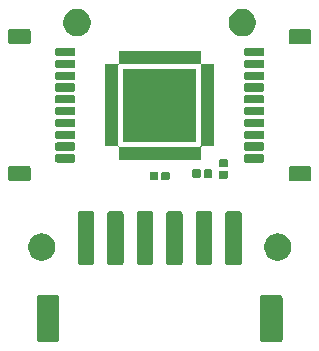
<source format=gbr>
G04 #@! TF.GenerationSoftware,KiCad,Pcbnew,5.1.5-52549c5~84~ubuntu18.04.1*
G04 #@! TF.CreationDate,2020-03-28T18:13:44-07:00*
G04 #@! TF.ProjectId,somos_wristband_2.0,736f6d6f-735f-4777-9269-737462616e64,rev?*
G04 #@! TF.SameCoordinates,Original*
G04 #@! TF.FileFunction,Soldermask,Top*
G04 #@! TF.FilePolarity,Negative*
%FSLAX46Y46*%
G04 Gerber Fmt 4.6, Leading zero omitted, Abs format (unit mm)*
G04 Created by KiCad (PCBNEW 5.1.5-52549c5~84~ubuntu18.04.1) date 2020-03-28 18:13:44*
%MOMM*%
%LPD*%
G04 APERTURE LIST*
%ADD10C,0.100000*%
G04 APERTURE END LIST*
D10*
G36*
X160212222Y-125054096D02*
G01*
X160256080Y-125067400D01*
X160296496Y-125089004D01*
X160331923Y-125118077D01*
X160360996Y-125153504D01*
X160382600Y-125193920D01*
X160395904Y-125237778D01*
X160401000Y-125289522D01*
X160401000Y-128810478D01*
X160395904Y-128862222D01*
X160382600Y-128906080D01*
X160360996Y-128946496D01*
X160331923Y-128981923D01*
X160296496Y-129010996D01*
X160256080Y-129032600D01*
X160212222Y-129045904D01*
X160160478Y-129051000D01*
X158739522Y-129051000D01*
X158687778Y-129045904D01*
X158643920Y-129032600D01*
X158603504Y-129010996D01*
X158568077Y-128981923D01*
X158539004Y-128946496D01*
X158517400Y-128906080D01*
X158504096Y-128862222D01*
X158499000Y-128810478D01*
X158499000Y-125289522D01*
X158504096Y-125237778D01*
X158517400Y-125193920D01*
X158539004Y-125153504D01*
X158568077Y-125118077D01*
X158603504Y-125089004D01*
X158643920Y-125067400D01*
X158687778Y-125054096D01*
X158739522Y-125049000D01*
X160160478Y-125049000D01*
X160212222Y-125054096D01*
G37*
G36*
X141312222Y-125054096D02*
G01*
X141356080Y-125067400D01*
X141396496Y-125089004D01*
X141431923Y-125118077D01*
X141460996Y-125153504D01*
X141482600Y-125193920D01*
X141495904Y-125237778D01*
X141501000Y-125289522D01*
X141501000Y-128810478D01*
X141495904Y-128862222D01*
X141482600Y-128906080D01*
X141460996Y-128946496D01*
X141431923Y-128981923D01*
X141396496Y-129010996D01*
X141356080Y-129032600D01*
X141312222Y-129045904D01*
X141260478Y-129051000D01*
X139839522Y-129051000D01*
X139787778Y-129045904D01*
X139743920Y-129032600D01*
X139703504Y-129010996D01*
X139668077Y-128981923D01*
X139639004Y-128946496D01*
X139617400Y-128906080D01*
X139604096Y-128862222D01*
X139599000Y-128810478D01*
X139599000Y-125289522D01*
X139604096Y-125237778D01*
X139617400Y-125193920D01*
X139639004Y-125153504D01*
X139668077Y-125118077D01*
X139703504Y-125089004D01*
X139743920Y-125067400D01*
X139787778Y-125054096D01*
X139839522Y-125049000D01*
X141260478Y-125049000D01*
X141312222Y-125054096D01*
G37*
G36*
X149219066Y-117955127D02*
G01*
X149272985Y-117971483D01*
X149322667Y-117998039D01*
X149366219Y-118033781D01*
X149401961Y-118077333D01*
X149428517Y-118127015D01*
X149444873Y-118180934D01*
X149451000Y-118243141D01*
X149451000Y-122256859D01*
X149444873Y-122319066D01*
X149428517Y-122372985D01*
X149401961Y-122422667D01*
X149366219Y-122466219D01*
X149322667Y-122501961D01*
X149272985Y-122528517D01*
X149219066Y-122544873D01*
X149156859Y-122551000D01*
X148343141Y-122551000D01*
X148280934Y-122544873D01*
X148227015Y-122528517D01*
X148177333Y-122501961D01*
X148133781Y-122466219D01*
X148098039Y-122422667D01*
X148071483Y-122372985D01*
X148055127Y-122319066D01*
X148049000Y-122256859D01*
X148049000Y-118243141D01*
X148055127Y-118180934D01*
X148071483Y-118127015D01*
X148098039Y-118077333D01*
X148133781Y-118033781D01*
X148177333Y-117998039D01*
X148227015Y-117971483D01*
X148280934Y-117955127D01*
X148343141Y-117949000D01*
X149156859Y-117949000D01*
X149219066Y-117955127D01*
G37*
G36*
X146719066Y-117955127D02*
G01*
X146772985Y-117971483D01*
X146822667Y-117998039D01*
X146866219Y-118033781D01*
X146901961Y-118077333D01*
X146928517Y-118127015D01*
X146944873Y-118180934D01*
X146951000Y-118243141D01*
X146951000Y-122256859D01*
X146944873Y-122319066D01*
X146928517Y-122372985D01*
X146901961Y-122422667D01*
X146866219Y-122466219D01*
X146822667Y-122501961D01*
X146772985Y-122528517D01*
X146719066Y-122544873D01*
X146656859Y-122551000D01*
X145843141Y-122551000D01*
X145780934Y-122544873D01*
X145727015Y-122528517D01*
X145677333Y-122501961D01*
X145633781Y-122466219D01*
X145598039Y-122422667D01*
X145571483Y-122372985D01*
X145555127Y-122319066D01*
X145549000Y-122256859D01*
X145549000Y-118243141D01*
X145555127Y-118180934D01*
X145571483Y-118127015D01*
X145598039Y-118077333D01*
X145633781Y-118033781D01*
X145677333Y-117998039D01*
X145727015Y-117971483D01*
X145780934Y-117955127D01*
X145843141Y-117949000D01*
X146656859Y-117949000D01*
X146719066Y-117955127D01*
G37*
G36*
X144219066Y-117955127D02*
G01*
X144272985Y-117971483D01*
X144322667Y-117998039D01*
X144366219Y-118033781D01*
X144401961Y-118077333D01*
X144428517Y-118127015D01*
X144444873Y-118180934D01*
X144451000Y-118243141D01*
X144451000Y-122256859D01*
X144444873Y-122319066D01*
X144428517Y-122372985D01*
X144401961Y-122422667D01*
X144366219Y-122466219D01*
X144322667Y-122501961D01*
X144272985Y-122528517D01*
X144219066Y-122544873D01*
X144156859Y-122551000D01*
X143343141Y-122551000D01*
X143280934Y-122544873D01*
X143227015Y-122528517D01*
X143177333Y-122501961D01*
X143133781Y-122466219D01*
X143098039Y-122422667D01*
X143071483Y-122372985D01*
X143055127Y-122319066D01*
X143049000Y-122256859D01*
X143049000Y-118243141D01*
X143055127Y-118180934D01*
X143071483Y-118127015D01*
X143098039Y-118077333D01*
X143133781Y-118033781D01*
X143177333Y-117998039D01*
X143227015Y-117971483D01*
X143280934Y-117955127D01*
X143343141Y-117949000D01*
X144156859Y-117949000D01*
X144219066Y-117955127D01*
G37*
G36*
X151719066Y-117955127D02*
G01*
X151772985Y-117971483D01*
X151822667Y-117998039D01*
X151866219Y-118033781D01*
X151901961Y-118077333D01*
X151928517Y-118127015D01*
X151944873Y-118180934D01*
X151951000Y-118243141D01*
X151951000Y-122256859D01*
X151944873Y-122319066D01*
X151928517Y-122372985D01*
X151901961Y-122422667D01*
X151866219Y-122466219D01*
X151822667Y-122501961D01*
X151772985Y-122528517D01*
X151719066Y-122544873D01*
X151656859Y-122551000D01*
X150843141Y-122551000D01*
X150780934Y-122544873D01*
X150727015Y-122528517D01*
X150677333Y-122501961D01*
X150633781Y-122466219D01*
X150598039Y-122422667D01*
X150571483Y-122372985D01*
X150555127Y-122319066D01*
X150549000Y-122256859D01*
X150549000Y-118243141D01*
X150555127Y-118180934D01*
X150571483Y-118127015D01*
X150598039Y-118077333D01*
X150633781Y-118033781D01*
X150677333Y-117998039D01*
X150727015Y-117971483D01*
X150780934Y-117955127D01*
X150843141Y-117949000D01*
X151656859Y-117949000D01*
X151719066Y-117955127D01*
G37*
G36*
X156719066Y-117955127D02*
G01*
X156772985Y-117971483D01*
X156822667Y-117998039D01*
X156866219Y-118033781D01*
X156901961Y-118077333D01*
X156928517Y-118127015D01*
X156944873Y-118180934D01*
X156951000Y-118243141D01*
X156951000Y-122256859D01*
X156944873Y-122319066D01*
X156928517Y-122372985D01*
X156901961Y-122422667D01*
X156866219Y-122466219D01*
X156822667Y-122501961D01*
X156772985Y-122528517D01*
X156719066Y-122544873D01*
X156656859Y-122551000D01*
X155843141Y-122551000D01*
X155780934Y-122544873D01*
X155727015Y-122528517D01*
X155677333Y-122501961D01*
X155633781Y-122466219D01*
X155598039Y-122422667D01*
X155571483Y-122372985D01*
X155555127Y-122319066D01*
X155549000Y-122256859D01*
X155549000Y-118243141D01*
X155555127Y-118180934D01*
X155571483Y-118127015D01*
X155598039Y-118077333D01*
X155633781Y-118033781D01*
X155677333Y-117998039D01*
X155727015Y-117971483D01*
X155780934Y-117955127D01*
X155843141Y-117949000D01*
X156656859Y-117949000D01*
X156719066Y-117955127D01*
G37*
G36*
X154219066Y-117955127D02*
G01*
X154272985Y-117971483D01*
X154322667Y-117998039D01*
X154366219Y-118033781D01*
X154401961Y-118077333D01*
X154428517Y-118127015D01*
X154444873Y-118180934D01*
X154451000Y-118243141D01*
X154451000Y-122256859D01*
X154444873Y-122319066D01*
X154428517Y-122372985D01*
X154401961Y-122422667D01*
X154366219Y-122466219D01*
X154322667Y-122501961D01*
X154272985Y-122528517D01*
X154219066Y-122544873D01*
X154156859Y-122551000D01*
X153343141Y-122551000D01*
X153280934Y-122544873D01*
X153227015Y-122528517D01*
X153177333Y-122501961D01*
X153133781Y-122466219D01*
X153098039Y-122422667D01*
X153071483Y-122372985D01*
X153055127Y-122319066D01*
X153049000Y-122256859D01*
X153049000Y-118243141D01*
X153055127Y-118180934D01*
X153071483Y-118127015D01*
X153098039Y-118077333D01*
X153133781Y-118033781D01*
X153177333Y-117998039D01*
X153227015Y-117971483D01*
X153280934Y-117955127D01*
X153343141Y-117949000D01*
X154156859Y-117949000D01*
X154219066Y-117955127D01*
G37*
G36*
X160224549Y-119871116D02*
G01*
X160335734Y-119893232D01*
X160545203Y-119979997D01*
X160733720Y-120105960D01*
X160894040Y-120266280D01*
X161020003Y-120454797D01*
X161106768Y-120664266D01*
X161151000Y-120886636D01*
X161151000Y-121113364D01*
X161106768Y-121335734D01*
X161020003Y-121545203D01*
X160894040Y-121733720D01*
X160733720Y-121894040D01*
X160545203Y-122020003D01*
X160335734Y-122106768D01*
X160224549Y-122128884D01*
X160113365Y-122151000D01*
X159886635Y-122151000D01*
X159775451Y-122128884D01*
X159664266Y-122106768D01*
X159454797Y-122020003D01*
X159266280Y-121894040D01*
X159105960Y-121733720D01*
X158979997Y-121545203D01*
X158893232Y-121335734D01*
X158849000Y-121113364D01*
X158849000Y-120886636D01*
X158893232Y-120664266D01*
X158979997Y-120454797D01*
X159105960Y-120266280D01*
X159266280Y-120105960D01*
X159454797Y-119979997D01*
X159664266Y-119893232D01*
X159775451Y-119871116D01*
X159886635Y-119849000D01*
X160113365Y-119849000D01*
X160224549Y-119871116D01*
G37*
G36*
X140224549Y-119871116D02*
G01*
X140335734Y-119893232D01*
X140545203Y-119979997D01*
X140733720Y-120105960D01*
X140894040Y-120266280D01*
X141020003Y-120454797D01*
X141106768Y-120664266D01*
X141151000Y-120886636D01*
X141151000Y-121113364D01*
X141106768Y-121335734D01*
X141020003Y-121545203D01*
X140894040Y-121733720D01*
X140733720Y-121894040D01*
X140545203Y-122020003D01*
X140335734Y-122106768D01*
X140224549Y-122128884D01*
X140113365Y-122151000D01*
X139886635Y-122151000D01*
X139775451Y-122128884D01*
X139664266Y-122106768D01*
X139454797Y-122020003D01*
X139266280Y-121894040D01*
X139105960Y-121733720D01*
X138979997Y-121545203D01*
X138893232Y-121335734D01*
X138849000Y-121113364D01*
X138849000Y-120886636D01*
X138893232Y-120664266D01*
X138979997Y-120454797D01*
X139105960Y-120266280D01*
X139266280Y-120105960D01*
X139454797Y-119979997D01*
X139664266Y-119893232D01*
X139775451Y-119871116D01*
X139886635Y-119849000D01*
X140113365Y-119849000D01*
X140224549Y-119871116D01*
G37*
G36*
X138916242Y-114153404D02*
G01*
X138953337Y-114164657D01*
X138987515Y-114182925D01*
X139017481Y-114207519D01*
X139042075Y-114237485D01*
X139060343Y-114271663D01*
X139071596Y-114308758D01*
X139076000Y-114353474D01*
X139076000Y-115246526D01*
X139071596Y-115291242D01*
X139060343Y-115328337D01*
X139042075Y-115362515D01*
X139017481Y-115392481D01*
X138987515Y-115417075D01*
X138953337Y-115435343D01*
X138916242Y-115446596D01*
X138871526Y-115451000D01*
X137378474Y-115451000D01*
X137333758Y-115446596D01*
X137296663Y-115435343D01*
X137262485Y-115417075D01*
X137232519Y-115392481D01*
X137207925Y-115362515D01*
X137189657Y-115328337D01*
X137178404Y-115291242D01*
X137174000Y-115246526D01*
X137174000Y-114353474D01*
X137178404Y-114308758D01*
X137189657Y-114271663D01*
X137207925Y-114237485D01*
X137232519Y-114207519D01*
X137262485Y-114182925D01*
X137296663Y-114164657D01*
X137333758Y-114153404D01*
X137378474Y-114149000D01*
X138871526Y-114149000D01*
X138916242Y-114153404D01*
G37*
G36*
X162666242Y-114153404D02*
G01*
X162703337Y-114164657D01*
X162737515Y-114182925D01*
X162767481Y-114207519D01*
X162792075Y-114237485D01*
X162810343Y-114271663D01*
X162821596Y-114308758D01*
X162826000Y-114353474D01*
X162826000Y-115246526D01*
X162821596Y-115291242D01*
X162810343Y-115328337D01*
X162792075Y-115362515D01*
X162767481Y-115392481D01*
X162737515Y-115417075D01*
X162703337Y-115435343D01*
X162666242Y-115446596D01*
X162621526Y-115451000D01*
X161128474Y-115451000D01*
X161083758Y-115446596D01*
X161046663Y-115435343D01*
X161012485Y-115417075D01*
X160982519Y-115392481D01*
X160957925Y-115362515D01*
X160939657Y-115328337D01*
X160928404Y-115291242D01*
X160924000Y-115246526D01*
X160924000Y-114353474D01*
X160928404Y-114308758D01*
X160939657Y-114271663D01*
X160957925Y-114237485D01*
X160982519Y-114207519D01*
X161012485Y-114182925D01*
X161046663Y-114164657D01*
X161083758Y-114153404D01*
X161128474Y-114149000D01*
X162621526Y-114149000D01*
X162666242Y-114153404D01*
G37*
G36*
X150741938Y-114631716D02*
G01*
X150762557Y-114637971D01*
X150781553Y-114648124D01*
X150798208Y-114661792D01*
X150811876Y-114678447D01*
X150822029Y-114697443D01*
X150828284Y-114718062D01*
X150831000Y-114745640D01*
X150831000Y-115254360D01*
X150828284Y-115281938D01*
X150822029Y-115302557D01*
X150811876Y-115321553D01*
X150798208Y-115338208D01*
X150781553Y-115351876D01*
X150762557Y-115362029D01*
X150741938Y-115368284D01*
X150714360Y-115371000D01*
X150255640Y-115371000D01*
X150228062Y-115368284D01*
X150207443Y-115362029D01*
X150188447Y-115351876D01*
X150171792Y-115338208D01*
X150158124Y-115321553D01*
X150147971Y-115302557D01*
X150141716Y-115281938D01*
X150139000Y-115254360D01*
X150139000Y-114745640D01*
X150141716Y-114718062D01*
X150147971Y-114697443D01*
X150158124Y-114678447D01*
X150171792Y-114661792D01*
X150188447Y-114648124D01*
X150207443Y-114637971D01*
X150228062Y-114631716D01*
X150255640Y-114629000D01*
X150714360Y-114629000D01*
X150741938Y-114631716D01*
G37*
G36*
X149771938Y-114631716D02*
G01*
X149792557Y-114637971D01*
X149811553Y-114648124D01*
X149828208Y-114661792D01*
X149841876Y-114678447D01*
X149852029Y-114697443D01*
X149858284Y-114718062D01*
X149861000Y-114745640D01*
X149861000Y-115254360D01*
X149858284Y-115281938D01*
X149852029Y-115302557D01*
X149841876Y-115321553D01*
X149828208Y-115338208D01*
X149811553Y-115351876D01*
X149792557Y-115362029D01*
X149771938Y-115368284D01*
X149744360Y-115371000D01*
X149285640Y-115371000D01*
X149258062Y-115368284D01*
X149237443Y-115362029D01*
X149218447Y-115351876D01*
X149201792Y-115338208D01*
X149188124Y-115321553D01*
X149177971Y-115302557D01*
X149171716Y-115281938D01*
X149169000Y-115254360D01*
X149169000Y-114745640D01*
X149171716Y-114718062D01*
X149177971Y-114697443D01*
X149188124Y-114678447D01*
X149201792Y-114661792D01*
X149218447Y-114648124D01*
X149237443Y-114637971D01*
X149258062Y-114631716D01*
X149285640Y-114629000D01*
X149744360Y-114629000D01*
X149771938Y-114631716D01*
G37*
G36*
X155681938Y-114541716D02*
G01*
X155702557Y-114547971D01*
X155721553Y-114558124D01*
X155738208Y-114571792D01*
X155751876Y-114588447D01*
X155762029Y-114607443D01*
X155768284Y-114628062D01*
X155771000Y-114655640D01*
X155771000Y-115114360D01*
X155768284Y-115141938D01*
X155762029Y-115162557D01*
X155751876Y-115181553D01*
X155738208Y-115198208D01*
X155721553Y-115211876D01*
X155702557Y-115222029D01*
X155681938Y-115228284D01*
X155654360Y-115231000D01*
X155145640Y-115231000D01*
X155118062Y-115228284D01*
X155097443Y-115222029D01*
X155078447Y-115211876D01*
X155061792Y-115198208D01*
X155048124Y-115181553D01*
X155037971Y-115162557D01*
X155031716Y-115141938D01*
X155029000Y-115114360D01*
X155029000Y-114655640D01*
X155031716Y-114628062D01*
X155037971Y-114607443D01*
X155048124Y-114588447D01*
X155061792Y-114571792D01*
X155078447Y-114558124D01*
X155097443Y-114547971D01*
X155118062Y-114541716D01*
X155145640Y-114539000D01*
X155654360Y-114539000D01*
X155681938Y-114541716D01*
G37*
G36*
X154341938Y-114431716D02*
G01*
X154362557Y-114437971D01*
X154381553Y-114448124D01*
X154398208Y-114461792D01*
X154411876Y-114478447D01*
X154422029Y-114497443D01*
X154428284Y-114518062D01*
X154431000Y-114545640D01*
X154431000Y-115054360D01*
X154428284Y-115081938D01*
X154422029Y-115102557D01*
X154411876Y-115121553D01*
X154398208Y-115138208D01*
X154381553Y-115151876D01*
X154362557Y-115162029D01*
X154341938Y-115168284D01*
X154314360Y-115171000D01*
X153855640Y-115171000D01*
X153828062Y-115168284D01*
X153807443Y-115162029D01*
X153788447Y-115151876D01*
X153771792Y-115138208D01*
X153758124Y-115121553D01*
X153747971Y-115102557D01*
X153741716Y-115081938D01*
X153739000Y-115054360D01*
X153739000Y-114545640D01*
X153741716Y-114518062D01*
X153747971Y-114497443D01*
X153758124Y-114478447D01*
X153771792Y-114461792D01*
X153788447Y-114448124D01*
X153807443Y-114437971D01*
X153828062Y-114431716D01*
X153855640Y-114429000D01*
X154314360Y-114429000D01*
X154341938Y-114431716D01*
G37*
G36*
X153371938Y-114431716D02*
G01*
X153392557Y-114437971D01*
X153411553Y-114448124D01*
X153428208Y-114461792D01*
X153441876Y-114478447D01*
X153452029Y-114497443D01*
X153458284Y-114518062D01*
X153461000Y-114545640D01*
X153461000Y-115054360D01*
X153458284Y-115081938D01*
X153452029Y-115102557D01*
X153441876Y-115121553D01*
X153428208Y-115138208D01*
X153411553Y-115151876D01*
X153392557Y-115162029D01*
X153371938Y-115168284D01*
X153344360Y-115171000D01*
X152885640Y-115171000D01*
X152858062Y-115168284D01*
X152837443Y-115162029D01*
X152818447Y-115151876D01*
X152801792Y-115138208D01*
X152788124Y-115121553D01*
X152777971Y-115102557D01*
X152771716Y-115081938D01*
X152769000Y-115054360D01*
X152769000Y-114545640D01*
X152771716Y-114518062D01*
X152777971Y-114497443D01*
X152788124Y-114478447D01*
X152801792Y-114461792D01*
X152818447Y-114448124D01*
X152837443Y-114437971D01*
X152858062Y-114431716D01*
X152885640Y-114429000D01*
X153344360Y-114429000D01*
X153371938Y-114431716D01*
G37*
G36*
X155681938Y-113571716D02*
G01*
X155702557Y-113577971D01*
X155721553Y-113588124D01*
X155738208Y-113601792D01*
X155751876Y-113618447D01*
X155762029Y-113637443D01*
X155768284Y-113658062D01*
X155771000Y-113685640D01*
X155771000Y-114144360D01*
X155768284Y-114171938D01*
X155762029Y-114192557D01*
X155751876Y-114211553D01*
X155738208Y-114228208D01*
X155721553Y-114241876D01*
X155702557Y-114252029D01*
X155681938Y-114258284D01*
X155654360Y-114261000D01*
X155145640Y-114261000D01*
X155118062Y-114258284D01*
X155097443Y-114252029D01*
X155078447Y-114241876D01*
X155061792Y-114228208D01*
X155048124Y-114211553D01*
X155037971Y-114192557D01*
X155031716Y-114171938D01*
X155029000Y-114144360D01*
X155029000Y-113685640D01*
X155031716Y-113658062D01*
X155037971Y-113637443D01*
X155048124Y-113618447D01*
X155061792Y-113601792D01*
X155078447Y-113588124D01*
X155097443Y-113577971D01*
X155118062Y-113571716D01*
X155145640Y-113569000D01*
X155654360Y-113569000D01*
X155681938Y-113571716D01*
G37*
G36*
X142734928Y-113151764D02*
G01*
X142756009Y-113158160D01*
X142775445Y-113168548D01*
X142792476Y-113182524D01*
X142806452Y-113199555D01*
X142816840Y-113218991D01*
X142823236Y-113240072D01*
X142826000Y-113268140D01*
X142826000Y-113731860D01*
X142823236Y-113759928D01*
X142816840Y-113781009D01*
X142806452Y-113800445D01*
X142792476Y-113817476D01*
X142775445Y-113831452D01*
X142756009Y-113841840D01*
X142734928Y-113848236D01*
X142706860Y-113851000D01*
X141293140Y-113851000D01*
X141265072Y-113848236D01*
X141243991Y-113841840D01*
X141224555Y-113831452D01*
X141207524Y-113817476D01*
X141193548Y-113800445D01*
X141183160Y-113781009D01*
X141176764Y-113759928D01*
X141174000Y-113731860D01*
X141174000Y-113268140D01*
X141176764Y-113240072D01*
X141183160Y-113218991D01*
X141193548Y-113199555D01*
X141207524Y-113182524D01*
X141224555Y-113168548D01*
X141243991Y-113158160D01*
X141265072Y-113151764D01*
X141293140Y-113149000D01*
X142706860Y-113149000D01*
X142734928Y-113151764D01*
G37*
G36*
X158734928Y-113151764D02*
G01*
X158756009Y-113158160D01*
X158775445Y-113168548D01*
X158792476Y-113182524D01*
X158806452Y-113199555D01*
X158816840Y-113218991D01*
X158823236Y-113240072D01*
X158826000Y-113268140D01*
X158826000Y-113731860D01*
X158823236Y-113759928D01*
X158816840Y-113781009D01*
X158806452Y-113800445D01*
X158792476Y-113817476D01*
X158775445Y-113831452D01*
X158756009Y-113841840D01*
X158734928Y-113848236D01*
X158706860Y-113851000D01*
X157293140Y-113851000D01*
X157265072Y-113848236D01*
X157243991Y-113841840D01*
X157224555Y-113831452D01*
X157207524Y-113817476D01*
X157193548Y-113800445D01*
X157183160Y-113781009D01*
X157176764Y-113759928D01*
X157174000Y-113731860D01*
X157174000Y-113268140D01*
X157176764Y-113240072D01*
X157183160Y-113218991D01*
X157193548Y-113199555D01*
X157207524Y-113182524D01*
X157224555Y-113168548D01*
X157243991Y-113158160D01*
X157265072Y-113151764D01*
X157293140Y-113149000D01*
X158706860Y-113149000D01*
X158734928Y-113151764D01*
G37*
G36*
X153475000Y-105400001D02*
G01*
X153477402Y-105424387D01*
X153484515Y-105447836D01*
X153496066Y-105469447D01*
X153511611Y-105488389D01*
X153530553Y-105503934D01*
X153552164Y-105515485D01*
X153575613Y-105522598D01*
X153599999Y-105525000D01*
X154600000Y-105525000D01*
X154600000Y-112475000D01*
X153599999Y-112475000D01*
X153575613Y-112477402D01*
X153552164Y-112484515D01*
X153530553Y-112496066D01*
X153511611Y-112511611D01*
X153496066Y-112530553D01*
X153484515Y-112552164D01*
X153477402Y-112575613D01*
X153475000Y-112599999D01*
X153475000Y-113600000D01*
X146525000Y-113600000D01*
X146525000Y-112599999D01*
X146522598Y-112575613D01*
X146515485Y-112552164D01*
X146503934Y-112530553D01*
X146488389Y-112511611D01*
X146469447Y-112496066D01*
X146447836Y-112484515D01*
X146424387Y-112477402D01*
X146400001Y-112475000D01*
X145400000Y-112475000D01*
X145400000Y-105624999D01*
X146500000Y-105624999D01*
X146500000Y-112375001D01*
X146502402Y-112399387D01*
X146509515Y-112422836D01*
X146521066Y-112444447D01*
X146536611Y-112463389D01*
X146555553Y-112478934D01*
X146577164Y-112490485D01*
X146600613Y-112497598D01*
X146624999Y-112500000D01*
X153375001Y-112500000D01*
X153399387Y-112497598D01*
X153422836Y-112490485D01*
X153444447Y-112478934D01*
X153463389Y-112463389D01*
X153478934Y-112444447D01*
X153490485Y-112422836D01*
X153497598Y-112399387D01*
X153500000Y-112375001D01*
X153500000Y-105624999D01*
X153497598Y-105600613D01*
X153490485Y-105577164D01*
X153478934Y-105555553D01*
X153463389Y-105536611D01*
X153444447Y-105521066D01*
X153422836Y-105509515D01*
X153399387Y-105502402D01*
X153375001Y-105500000D01*
X146624999Y-105500000D01*
X146600613Y-105502402D01*
X146577164Y-105509515D01*
X146555553Y-105521066D01*
X146536611Y-105536611D01*
X146521066Y-105555553D01*
X146509515Y-105577164D01*
X146502402Y-105600613D01*
X146500000Y-105624999D01*
X145400000Y-105624999D01*
X145400000Y-105525000D01*
X146400001Y-105525000D01*
X146424387Y-105522598D01*
X146447836Y-105515485D01*
X146469447Y-105503934D01*
X146488389Y-105488389D01*
X146503934Y-105469447D01*
X146515485Y-105447836D01*
X146522598Y-105424387D01*
X146525000Y-105400001D01*
X146525000Y-104400000D01*
X153475000Y-104400000D01*
X153475000Y-105400001D01*
G37*
G36*
X153100000Y-112100000D02*
G01*
X146900000Y-112100000D01*
X146900000Y-105900000D01*
X153100000Y-105900000D01*
X153100000Y-112100000D01*
G37*
G36*
X142734928Y-112151764D02*
G01*
X142756009Y-112158160D01*
X142775445Y-112168548D01*
X142792476Y-112182524D01*
X142806452Y-112199555D01*
X142816840Y-112218991D01*
X142823236Y-112240072D01*
X142826000Y-112268140D01*
X142826000Y-112731860D01*
X142823236Y-112759928D01*
X142816840Y-112781009D01*
X142806452Y-112800445D01*
X142792476Y-112817476D01*
X142775445Y-112831452D01*
X142756009Y-112841840D01*
X142734928Y-112848236D01*
X142706860Y-112851000D01*
X141293140Y-112851000D01*
X141265072Y-112848236D01*
X141243991Y-112841840D01*
X141224555Y-112831452D01*
X141207524Y-112817476D01*
X141193548Y-112800445D01*
X141183160Y-112781009D01*
X141176764Y-112759928D01*
X141174000Y-112731860D01*
X141174000Y-112268140D01*
X141176764Y-112240072D01*
X141183160Y-112218991D01*
X141193548Y-112199555D01*
X141207524Y-112182524D01*
X141224555Y-112168548D01*
X141243991Y-112158160D01*
X141265072Y-112151764D01*
X141293140Y-112149000D01*
X142706860Y-112149000D01*
X142734928Y-112151764D01*
G37*
G36*
X158734928Y-112151764D02*
G01*
X158756009Y-112158160D01*
X158775445Y-112168548D01*
X158792476Y-112182524D01*
X158806452Y-112199555D01*
X158816840Y-112218991D01*
X158823236Y-112240072D01*
X158826000Y-112268140D01*
X158826000Y-112731860D01*
X158823236Y-112759928D01*
X158816840Y-112781009D01*
X158806452Y-112800445D01*
X158792476Y-112817476D01*
X158775445Y-112831452D01*
X158756009Y-112841840D01*
X158734928Y-112848236D01*
X158706860Y-112851000D01*
X157293140Y-112851000D01*
X157265072Y-112848236D01*
X157243991Y-112841840D01*
X157224555Y-112831452D01*
X157207524Y-112817476D01*
X157193548Y-112800445D01*
X157183160Y-112781009D01*
X157176764Y-112759928D01*
X157174000Y-112731860D01*
X157174000Y-112268140D01*
X157176764Y-112240072D01*
X157183160Y-112218991D01*
X157193548Y-112199555D01*
X157207524Y-112182524D01*
X157224555Y-112168548D01*
X157243991Y-112158160D01*
X157265072Y-112151764D01*
X157293140Y-112149000D01*
X158706860Y-112149000D01*
X158734928Y-112151764D01*
G37*
G36*
X158734928Y-111151764D02*
G01*
X158756009Y-111158160D01*
X158775445Y-111168548D01*
X158792476Y-111182524D01*
X158806452Y-111199555D01*
X158816840Y-111218991D01*
X158823236Y-111240072D01*
X158826000Y-111268140D01*
X158826000Y-111731860D01*
X158823236Y-111759928D01*
X158816840Y-111781009D01*
X158806452Y-111800445D01*
X158792476Y-111817476D01*
X158775445Y-111831452D01*
X158756009Y-111841840D01*
X158734928Y-111848236D01*
X158706860Y-111851000D01*
X157293140Y-111851000D01*
X157265072Y-111848236D01*
X157243991Y-111841840D01*
X157224555Y-111831452D01*
X157207524Y-111817476D01*
X157193548Y-111800445D01*
X157183160Y-111781009D01*
X157176764Y-111759928D01*
X157174000Y-111731860D01*
X157174000Y-111268140D01*
X157176764Y-111240072D01*
X157183160Y-111218991D01*
X157193548Y-111199555D01*
X157207524Y-111182524D01*
X157224555Y-111168548D01*
X157243991Y-111158160D01*
X157265072Y-111151764D01*
X157293140Y-111149000D01*
X158706860Y-111149000D01*
X158734928Y-111151764D01*
G37*
G36*
X142734928Y-111151764D02*
G01*
X142756009Y-111158160D01*
X142775445Y-111168548D01*
X142792476Y-111182524D01*
X142806452Y-111199555D01*
X142816840Y-111218991D01*
X142823236Y-111240072D01*
X142826000Y-111268140D01*
X142826000Y-111731860D01*
X142823236Y-111759928D01*
X142816840Y-111781009D01*
X142806452Y-111800445D01*
X142792476Y-111817476D01*
X142775445Y-111831452D01*
X142756009Y-111841840D01*
X142734928Y-111848236D01*
X142706860Y-111851000D01*
X141293140Y-111851000D01*
X141265072Y-111848236D01*
X141243991Y-111841840D01*
X141224555Y-111831452D01*
X141207524Y-111817476D01*
X141193548Y-111800445D01*
X141183160Y-111781009D01*
X141176764Y-111759928D01*
X141174000Y-111731860D01*
X141174000Y-111268140D01*
X141176764Y-111240072D01*
X141183160Y-111218991D01*
X141193548Y-111199555D01*
X141207524Y-111182524D01*
X141224555Y-111168548D01*
X141243991Y-111158160D01*
X141265072Y-111151764D01*
X141293140Y-111149000D01*
X142706860Y-111149000D01*
X142734928Y-111151764D01*
G37*
G36*
X142734928Y-110151764D02*
G01*
X142756009Y-110158160D01*
X142775445Y-110168548D01*
X142792476Y-110182524D01*
X142806452Y-110199555D01*
X142816840Y-110218991D01*
X142823236Y-110240072D01*
X142826000Y-110268140D01*
X142826000Y-110731860D01*
X142823236Y-110759928D01*
X142816840Y-110781009D01*
X142806452Y-110800445D01*
X142792476Y-110817476D01*
X142775445Y-110831452D01*
X142756009Y-110841840D01*
X142734928Y-110848236D01*
X142706860Y-110851000D01*
X141293140Y-110851000D01*
X141265072Y-110848236D01*
X141243991Y-110841840D01*
X141224555Y-110831452D01*
X141207524Y-110817476D01*
X141193548Y-110800445D01*
X141183160Y-110781009D01*
X141176764Y-110759928D01*
X141174000Y-110731860D01*
X141174000Y-110268140D01*
X141176764Y-110240072D01*
X141183160Y-110218991D01*
X141193548Y-110199555D01*
X141207524Y-110182524D01*
X141224555Y-110168548D01*
X141243991Y-110158160D01*
X141265072Y-110151764D01*
X141293140Y-110149000D01*
X142706860Y-110149000D01*
X142734928Y-110151764D01*
G37*
G36*
X158734928Y-110151764D02*
G01*
X158756009Y-110158160D01*
X158775445Y-110168548D01*
X158792476Y-110182524D01*
X158806452Y-110199555D01*
X158816840Y-110218991D01*
X158823236Y-110240072D01*
X158826000Y-110268140D01*
X158826000Y-110731860D01*
X158823236Y-110759928D01*
X158816840Y-110781009D01*
X158806452Y-110800445D01*
X158792476Y-110817476D01*
X158775445Y-110831452D01*
X158756009Y-110841840D01*
X158734928Y-110848236D01*
X158706860Y-110851000D01*
X157293140Y-110851000D01*
X157265072Y-110848236D01*
X157243991Y-110841840D01*
X157224555Y-110831452D01*
X157207524Y-110817476D01*
X157193548Y-110800445D01*
X157183160Y-110781009D01*
X157176764Y-110759928D01*
X157174000Y-110731860D01*
X157174000Y-110268140D01*
X157176764Y-110240072D01*
X157183160Y-110218991D01*
X157193548Y-110199555D01*
X157207524Y-110182524D01*
X157224555Y-110168548D01*
X157243991Y-110158160D01*
X157265072Y-110151764D01*
X157293140Y-110149000D01*
X158706860Y-110149000D01*
X158734928Y-110151764D01*
G37*
G36*
X142734928Y-109151764D02*
G01*
X142756009Y-109158160D01*
X142775445Y-109168548D01*
X142792476Y-109182524D01*
X142806452Y-109199555D01*
X142816840Y-109218991D01*
X142823236Y-109240072D01*
X142826000Y-109268140D01*
X142826000Y-109731860D01*
X142823236Y-109759928D01*
X142816840Y-109781009D01*
X142806452Y-109800445D01*
X142792476Y-109817476D01*
X142775445Y-109831452D01*
X142756009Y-109841840D01*
X142734928Y-109848236D01*
X142706860Y-109851000D01*
X141293140Y-109851000D01*
X141265072Y-109848236D01*
X141243991Y-109841840D01*
X141224555Y-109831452D01*
X141207524Y-109817476D01*
X141193548Y-109800445D01*
X141183160Y-109781009D01*
X141176764Y-109759928D01*
X141174000Y-109731860D01*
X141174000Y-109268140D01*
X141176764Y-109240072D01*
X141183160Y-109218991D01*
X141193548Y-109199555D01*
X141207524Y-109182524D01*
X141224555Y-109168548D01*
X141243991Y-109158160D01*
X141265072Y-109151764D01*
X141293140Y-109149000D01*
X142706860Y-109149000D01*
X142734928Y-109151764D01*
G37*
G36*
X158734928Y-109151764D02*
G01*
X158756009Y-109158160D01*
X158775445Y-109168548D01*
X158792476Y-109182524D01*
X158806452Y-109199555D01*
X158816840Y-109218991D01*
X158823236Y-109240072D01*
X158826000Y-109268140D01*
X158826000Y-109731860D01*
X158823236Y-109759928D01*
X158816840Y-109781009D01*
X158806452Y-109800445D01*
X158792476Y-109817476D01*
X158775445Y-109831452D01*
X158756009Y-109841840D01*
X158734928Y-109848236D01*
X158706860Y-109851000D01*
X157293140Y-109851000D01*
X157265072Y-109848236D01*
X157243991Y-109841840D01*
X157224555Y-109831452D01*
X157207524Y-109817476D01*
X157193548Y-109800445D01*
X157183160Y-109781009D01*
X157176764Y-109759928D01*
X157174000Y-109731860D01*
X157174000Y-109268140D01*
X157176764Y-109240072D01*
X157183160Y-109218991D01*
X157193548Y-109199555D01*
X157207524Y-109182524D01*
X157224555Y-109168548D01*
X157243991Y-109158160D01*
X157265072Y-109151764D01*
X157293140Y-109149000D01*
X158706860Y-109149000D01*
X158734928Y-109151764D01*
G37*
G36*
X158734928Y-108151764D02*
G01*
X158756009Y-108158160D01*
X158775445Y-108168548D01*
X158792476Y-108182524D01*
X158806452Y-108199555D01*
X158816840Y-108218991D01*
X158823236Y-108240072D01*
X158826000Y-108268140D01*
X158826000Y-108731860D01*
X158823236Y-108759928D01*
X158816840Y-108781009D01*
X158806452Y-108800445D01*
X158792476Y-108817476D01*
X158775445Y-108831452D01*
X158756009Y-108841840D01*
X158734928Y-108848236D01*
X158706860Y-108851000D01*
X157293140Y-108851000D01*
X157265072Y-108848236D01*
X157243991Y-108841840D01*
X157224555Y-108831452D01*
X157207524Y-108817476D01*
X157193548Y-108800445D01*
X157183160Y-108781009D01*
X157176764Y-108759928D01*
X157174000Y-108731860D01*
X157174000Y-108268140D01*
X157176764Y-108240072D01*
X157183160Y-108218991D01*
X157193548Y-108199555D01*
X157207524Y-108182524D01*
X157224555Y-108168548D01*
X157243991Y-108158160D01*
X157265072Y-108151764D01*
X157293140Y-108149000D01*
X158706860Y-108149000D01*
X158734928Y-108151764D01*
G37*
G36*
X142734928Y-108151764D02*
G01*
X142756009Y-108158160D01*
X142775445Y-108168548D01*
X142792476Y-108182524D01*
X142806452Y-108199555D01*
X142816840Y-108218991D01*
X142823236Y-108240072D01*
X142826000Y-108268140D01*
X142826000Y-108731860D01*
X142823236Y-108759928D01*
X142816840Y-108781009D01*
X142806452Y-108800445D01*
X142792476Y-108817476D01*
X142775445Y-108831452D01*
X142756009Y-108841840D01*
X142734928Y-108848236D01*
X142706860Y-108851000D01*
X141293140Y-108851000D01*
X141265072Y-108848236D01*
X141243991Y-108841840D01*
X141224555Y-108831452D01*
X141207524Y-108817476D01*
X141193548Y-108800445D01*
X141183160Y-108781009D01*
X141176764Y-108759928D01*
X141174000Y-108731860D01*
X141174000Y-108268140D01*
X141176764Y-108240072D01*
X141183160Y-108218991D01*
X141193548Y-108199555D01*
X141207524Y-108182524D01*
X141224555Y-108168548D01*
X141243991Y-108158160D01*
X141265072Y-108151764D01*
X141293140Y-108149000D01*
X142706860Y-108149000D01*
X142734928Y-108151764D01*
G37*
G36*
X158734928Y-107151764D02*
G01*
X158756009Y-107158160D01*
X158775445Y-107168548D01*
X158792476Y-107182524D01*
X158806452Y-107199555D01*
X158816840Y-107218991D01*
X158823236Y-107240072D01*
X158826000Y-107268140D01*
X158826000Y-107731860D01*
X158823236Y-107759928D01*
X158816840Y-107781009D01*
X158806452Y-107800445D01*
X158792476Y-107817476D01*
X158775445Y-107831452D01*
X158756009Y-107841840D01*
X158734928Y-107848236D01*
X158706860Y-107851000D01*
X157293140Y-107851000D01*
X157265072Y-107848236D01*
X157243991Y-107841840D01*
X157224555Y-107831452D01*
X157207524Y-107817476D01*
X157193548Y-107800445D01*
X157183160Y-107781009D01*
X157176764Y-107759928D01*
X157174000Y-107731860D01*
X157174000Y-107268140D01*
X157176764Y-107240072D01*
X157183160Y-107218991D01*
X157193548Y-107199555D01*
X157207524Y-107182524D01*
X157224555Y-107168548D01*
X157243991Y-107158160D01*
X157265072Y-107151764D01*
X157293140Y-107149000D01*
X158706860Y-107149000D01*
X158734928Y-107151764D01*
G37*
G36*
X142734928Y-107151764D02*
G01*
X142756009Y-107158160D01*
X142775445Y-107168548D01*
X142792476Y-107182524D01*
X142806452Y-107199555D01*
X142816840Y-107218991D01*
X142823236Y-107240072D01*
X142826000Y-107268140D01*
X142826000Y-107731860D01*
X142823236Y-107759928D01*
X142816840Y-107781009D01*
X142806452Y-107800445D01*
X142792476Y-107817476D01*
X142775445Y-107831452D01*
X142756009Y-107841840D01*
X142734928Y-107848236D01*
X142706860Y-107851000D01*
X141293140Y-107851000D01*
X141265072Y-107848236D01*
X141243991Y-107841840D01*
X141224555Y-107831452D01*
X141207524Y-107817476D01*
X141193548Y-107800445D01*
X141183160Y-107781009D01*
X141176764Y-107759928D01*
X141174000Y-107731860D01*
X141174000Y-107268140D01*
X141176764Y-107240072D01*
X141183160Y-107218991D01*
X141193548Y-107199555D01*
X141207524Y-107182524D01*
X141224555Y-107168548D01*
X141243991Y-107158160D01*
X141265072Y-107151764D01*
X141293140Y-107149000D01*
X142706860Y-107149000D01*
X142734928Y-107151764D01*
G37*
G36*
X158734928Y-106151764D02*
G01*
X158756009Y-106158160D01*
X158775445Y-106168548D01*
X158792476Y-106182524D01*
X158806452Y-106199555D01*
X158816840Y-106218991D01*
X158823236Y-106240072D01*
X158826000Y-106268140D01*
X158826000Y-106731860D01*
X158823236Y-106759928D01*
X158816840Y-106781009D01*
X158806452Y-106800445D01*
X158792476Y-106817476D01*
X158775445Y-106831452D01*
X158756009Y-106841840D01*
X158734928Y-106848236D01*
X158706860Y-106851000D01*
X157293140Y-106851000D01*
X157265072Y-106848236D01*
X157243991Y-106841840D01*
X157224555Y-106831452D01*
X157207524Y-106817476D01*
X157193548Y-106800445D01*
X157183160Y-106781009D01*
X157176764Y-106759928D01*
X157174000Y-106731860D01*
X157174000Y-106268140D01*
X157176764Y-106240072D01*
X157183160Y-106218991D01*
X157193548Y-106199555D01*
X157207524Y-106182524D01*
X157224555Y-106168548D01*
X157243991Y-106158160D01*
X157265072Y-106151764D01*
X157293140Y-106149000D01*
X158706860Y-106149000D01*
X158734928Y-106151764D01*
G37*
G36*
X142734928Y-106151764D02*
G01*
X142756009Y-106158160D01*
X142775445Y-106168548D01*
X142792476Y-106182524D01*
X142806452Y-106199555D01*
X142816840Y-106218991D01*
X142823236Y-106240072D01*
X142826000Y-106268140D01*
X142826000Y-106731860D01*
X142823236Y-106759928D01*
X142816840Y-106781009D01*
X142806452Y-106800445D01*
X142792476Y-106817476D01*
X142775445Y-106831452D01*
X142756009Y-106841840D01*
X142734928Y-106848236D01*
X142706860Y-106851000D01*
X141293140Y-106851000D01*
X141265072Y-106848236D01*
X141243991Y-106841840D01*
X141224555Y-106831452D01*
X141207524Y-106817476D01*
X141193548Y-106800445D01*
X141183160Y-106781009D01*
X141176764Y-106759928D01*
X141174000Y-106731860D01*
X141174000Y-106268140D01*
X141176764Y-106240072D01*
X141183160Y-106218991D01*
X141193548Y-106199555D01*
X141207524Y-106182524D01*
X141224555Y-106168548D01*
X141243991Y-106158160D01*
X141265072Y-106151764D01*
X141293140Y-106149000D01*
X142706860Y-106149000D01*
X142734928Y-106151764D01*
G37*
G36*
X142734928Y-105151764D02*
G01*
X142756009Y-105158160D01*
X142775445Y-105168548D01*
X142792476Y-105182524D01*
X142806452Y-105199555D01*
X142816840Y-105218991D01*
X142823236Y-105240072D01*
X142826000Y-105268140D01*
X142826000Y-105731860D01*
X142823236Y-105759928D01*
X142816840Y-105781009D01*
X142806452Y-105800445D01*
X142792476Y-105817476D01*
X142775445Y-105831452D01*
X142756009Y-105841840D01*
X142734928Y-105848236D01*
X142706860Y-105851000D01*
X141293140Y-105851000D01*
X141265072Y-105848236D01*
X141243991Y-105841840D01*
X141224555Y-105831452D01*
X141207524Y-105817476D01*
X141193548Y-105800445D01*
X141183160Y-105781009D01*
X141176764Y-105759928D01*
X141174000Y-105731860D01*
X141174000Y-105268140D01*
X141176764Y-105240072D01*
X141183160Y-105218991D01*
X141193548Y-105199555D01*
X141207524Y-105182524D01*
X141224555Y-105168548D01*
X141243991Y-105158160D01*
X141265072Y-105151764D01*
X141293140Y-105149000D01*
X142706860Y-105149000D01*
X142734928Y-105151764D01*
G37*
G36*
X158734928Y-105151764D02*
G01*
X158756009Y-105158160D01*
X158775445Y-105168548D01*
X158792476Y-105182524D01*
X158806452Y-105199555D01*
X158816840Y-105218991D01*
X158823236Y-105240072D01*
X158826000Y-105268140D01*
X158826000Y-105731860D01*
X158823236Y-105759928D01*
X158816840Y-105781009D01*
X158806452Y-105800445D01*
X158792476Y-105817476D01*
X158775445Y-105831452D01*
X158756009Y-105841840D01*
X158734928Y-105848236D01*
X158706860Y-105851000D01*
X157293140Y-105851000D01*
X157265072Y-105848236D01*
X157243991Y-105841840D01*
X157224555Y-105831452D01*
X157207524Y-105817476D01*
X157193548Y-105800445D01*
X157183160Y-105781009D01*
X157176764Y-105759928D01*
X157174000Y-105731860D01*
X157174000Y-105268140D01*
X157176764Y-105240072D01*
X157183160Y-105218991D01*
X157193548Y-105199555D01*
X157207524Y-105182524D01*
X157224555Y-105168548D01*
X157243991Y-105158160D01*
X157265072Y-105151764D01*
X157293140Y-105149000D01*
X158706860Y-105149000D01*
X158734928Y-105151764D01*
G37*
G36*
X142734928Y-104151764D02*
G01*
X142756009Y-104158160D01*
X142775445Y-104168548D01*
X142792476Y-104182524D01*
X142806452Y-104199555D01*
X142816840Y-104218991D01*
X142823236Y-104240072D01*
X142826000Y-104268140D01*
X142826000Y-104731860D01*
X142823236Y-104759928D01*
X142816840Y-104781009D01*
X142806452Y-104800445D01*
X142792476Y-104817476D01*
X142775445Y-104831452D01*
X142756009Y-104841840D01*
X142734928Y-104848236D01*
X142706860Y-104851000D01*
X141293140Y-104851000D01*
X141265072Y-104848236D01*
X141243991Y-104841840D01*
X141224555Y-104831452D01*
X141207524Y-104817476D01*
X141193548Y-104800445D01*
X141183160Y-104781009D01*
X141176764Y-104759928D01*
X141174000Y-104731860D01*
X141174000Y-104268140D01*
X141176764Y-104240072D01*
X141183160Y-104218991D01*
X141193548Y-104199555D01*
X141207524Y-104182524D01*
X141224555Y-104168548D01*
X141243991Y-104158160D01*
X141265072Y-104151764D01*
X141293140Y-104149000D01*
X142706860Y-104149000D01*
X142734928Y-104151764D01*
G37*
G36*
X158734928Y-104151764D02*
G01*
X158756009Y-104158160D01*
X158775445Y-104168548D01*
X158792476Y-104182524D01*
X158806452Y-104199555D01*
X158816840Y-104218991D01*
X158823236Y-104240072D01*
X158826000Y-104268140D01*
X158826000Y-104731860D01*
X158823236Y-104759928D01*
X158816840Y-104781009D01*
X158806452Y-104800445D01*
X158792476Y-104817476D01*
X158775445Y-104831452D01*
X158756009Y-104841840D01*
X158734928Y-104848236D01*
X158706860Y-104851000D01*
X157293140Y-104851000D01*
X157265072Y-104848236D01*
X157243991Y-104841840D01*
X157224555Y-104831452D01*
X157207524Y-104817476D01*
X157193548Y-104800445D01*
X157183160Y-104781009D01*
X157176764Y-104759928D01*
X157174000Y-104731860D01*
X157174000Y-104268140D01*
X157176764Y-104240072D01*
X157183160Y-104218991D01*
X157193548Y-104199555D01*
X157207524Y-104182524D01*
X157224555Y-104168548D01*
X157243991Y-104158160D01*
X157265072Y-104151764D01*
X157293140Y-104149000D01*
X158706860Y-104149000D01*
X158734928Y-104151764D01*
G37*
G36*
X138916242Y-102553404D02*
G01*
X138953337Y-102564657D01*
X138987515Y-102582925D01*
X139017481Y-102607519D01*
X139042075Y-102637485D01*
X139060343Y-102671663D01*
X139071596Y-102708758D01*
X139076000Y-102753474D01*
X139076000Y-103646526D01*
X139071596Y-103691242D01*
X139060343Y-103728337D01*
X139042075Y-103762515D01*
X139017481Y-103792481D01*
X138987515Y-103817075D01*
X138953337Y-103835343D01*
X138916242Y-103846596D01*
X138871526Y-103851000D01*
X137378474Y-103851000D01*
X137333758Y-103846596D01*
X137296663Y-103835343D01*
X137262485Y-103817075D01*
X137232519Y-103792481D01*
X137207925Y-103762515D01*
X137189657Y-103728337D01*
X137178404Y-103691242D01*
X137174000Y-103646526D01*
X137174000Y-102753474D01*
X137178404Y-102708758D01*
X137189657Y-102671663D01*
X137207925Y-102637485D01*
X137232519Y-102607519D01*
X137262485Y-102582925D01*
X137296663Y-102564657D01*
X137333758Y-102553404D01*
X137378474Y-102549000D01*
X138871526Y-102549000D01*
X138916242Y-102553404D01*
G37*
G36*
X162666242Y-102553404D02*
G01*
X162703337Y-102564657D01*
X162737515Y-102582925D01*
X162767481Y-102607519D01*
X162792075Y-102637485D01*
X162810343Y-102671663D01*
X162821596Y-102708758D01*
X162826000Y-102753474D01*
X162826000Y-103646526D01*
X162821596Y-103691242D01*
X162810343Y-103728337D01*
X162792075Y-103762515D01*
X162767481Y-103792481D01*
X162737515Y-103817075D01*
X162703337Y-103835343D01*
X162666242Y-103846596D01*
X162621526Y-103851000D01*
X161128474Y-103851000D01*
X161083758Y-103846596D01*
X161046663Y-103835343D01*
X161012485Y-103817075D01*
X160982519Y-103792481D01*
X160957925Y-103762515D01*
X160939657Y-103728337D01*
X160928404Y-103691242D01*
X160924000Y-103646526D01*
X160924000Y-102753474D01*
X160928404Y-102708758D01*
X160939657Y-102671663D01*
X160957925Y-102637485D01*
X160982519Y-102607519D01*
X161012485Y-102582925D01*
X161046663Y-102564657D01*
X161083758Y-102553404D01*
X161128474Y-102549000D01*
X162621526Y-102549000D01*
X162666242Y-102553404D01*
G37*
G36*
X157224549Y-100871116D02*
G01*
X157335734Y-100893232D01*
X157545203Y-100979997D01*
X157733720Y-101105960D01*
X157894040Y-101266280D01*
X158020003Y-101454797D01*
X158106768Y-101664266D01*
X158151000Y-101886636D01*
X158151000Y-102113364D01*
X158106768Y-102335734D01*
X158020003Y-102545203D01*
X157894040Y-102733720D01*
X157733720Y-102894040D01*
X157545203Y-103020003D01*
X157335734Y-103106768D01*
X157224549Y-103128884D01*
X157113365Y-103151000D01*
X156886635Y-103151000D01*
X156775451Y-103128884D01*
X156664266Y-103106768D01*
X156454797Y-103020003D01*
X156266280Y-102894040D01*
X156105960Y-102733720D01*
X155979997Y-102545203D01*
X155893232Y-102335734D01*
X155849000Y-102113364D01*
X155849000Y-101886636D01*
X155893232Y-101664266D01*
X155979997Y-101454797D01*
X156105960Y-101266280D01*
X156266280Y-101105960D01*
X156454797Y-100979997D01*
X156664266Y-100893232D01*
X156775451Y-100871116D01*
X156886635Y-100849000D01*
X157113365Y-100849000D01*
X157224549Y-100871116D01*
G37*
G36*
X143224549Y-100871116D02*
G01*
X143335734Y-100893232D01*
X143545203Y-100979997D01*
X143733720Y-101105960D01*
X143894040Y-101266280D01*
X144020003Y-101454797D01*
X144106768Y-101664266D01*
X144151000Y-101886636D01*
X144151000Y-102113364D01*
X144106768Y-102335734D01*
X144020003Y-102545203D01*
X143894040Y-102733720D01*
X143733720Y-102894040D01*
X143545203Y-103020003D01*
X143335734Y-103106768D01*
X143224549Y-103128884D01*
X143113365Y-103151000D01*
X142886635Y-103151000D01*
X142775451Y-103128884D01*
X142664266Y-103106768D01*
X142454797Y-103020003D01*
X142266280Y-102894040D01*
X142105960Y-102733720D01*
X141979997Y-102545203D01*
X141893232Y-102335734D01*
X141849000Y-102113364D01*
X141849000Y-101886636D01*
X141893232Y-101664266D01*
X141979997Y-101454797D01*
X142105960Y-101266280D01*
X142266280Y-101105960D01*
X142454797Y-100979997D01*
X142664266Y-100893232D01*
X142775451Y-100871116D01*
X142886635Y-100849000D01*
X143113365Y-100849000D01*
X143224549Y-100871116D01*
G37*
M02*

</source>
